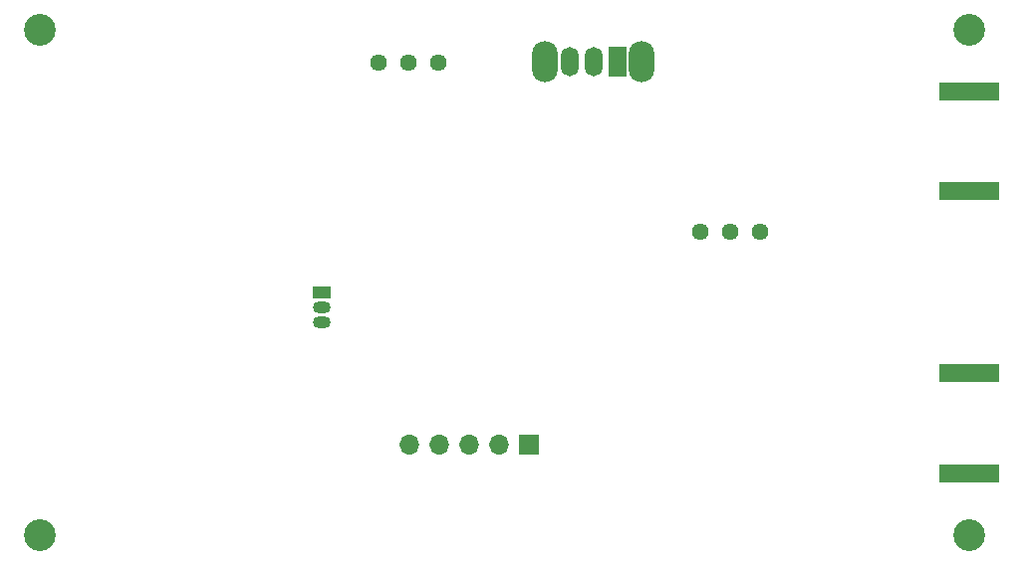
<source format=gbr>
%TF.GenerationSoftware,KiCad,Pcbnew,6.0.7*%
%TF.CreationDate,2022-10-27T22:17:27-04:00*%
%TF.ProjectId,RadarProject,52616461-7250-4726-9f6a-6563742e6b69,rev?*%
%TF.SameCoordinates,Original*%
%TF.FileFunction,Soldermask,Bot*%
%TF.FilePolarity,Negative*%
%FSLAX46Y46*%
G04 Gerber Fmt 4.6, Leading zero omitted, Abs format (unit mm)*
G04 Created by KiCad (PCBNEW 6.0.7) date 2022-10-27 22:17:27*
%MOMM*%
%LPD*%
G01*
G04 APERTURE LIST*
%ADD10C,2.700000*%
%ADD11C,1.440000*%
%ADD12R,1.500000X1.050000*%
%ADD13O,1.500000X1.050000*%
%ADD14R,5.080000X1.500000*%
%ADD15R,1.700000X1.700000*%
%ADD16O,1.700000X1.700000*%
%ADD17O,2.200000X3.500000*%
%ADD18R,1.500000X2.500000*%
%ADD19O,1.500000X2.500000*%
G04 APERTURE END LIST*
D10*
%TO.C,H4*%
X102000000Y-23000000D03*
%TD*%
%TO.C,H1*%
X23000000Y-23000000D03*
%TD*%
D11*
%TO.C,RV1*%
X56810000Y-25797500D03*
X54270000Y-25797500D03*
X51730000Y-25797500D03*
%TD*%
D12*
%TO.C,Q1*%
X46902500Y-45420000D03*
D13*
X46902500Y-46690000D03*
X46902500Y-47960000D03*
%TD*%
D14*
%TO.C,J2*%
X102000000Y-60750000D03*
X102000000Y-52250000D03*
%TD*%
%TO.C,J1*%
X102000000Y-28250000D03*
X102000000Y-36750000D03*
%TD*%
D15*
%TO.C,J3*%
X64570000Y-58320000D03*
D16*
X62030000Y-58320000D03*
X59490000Y-58320000D03*
X56950000Y-58320000D03*
X54410000Y-58320000D03*
%TD*%
D10*
%TO.C,H3*%
X23000000Y-66000000D03*
%TD*%
D11*
%TO.C,RV2*%
X79110000Y-40247500D03*
X81650000Y-40247500D03*
X84190000Y-40247500D03*
%TD*%
D17*
%TO.C,SW1*%
X65930000Y-25710000D03*
X74130000Y-25710000D03*
D18*
X72030000Y-25710000D03*
D19*
X70030000Y-25710000D03*
X68030000Y-25710000D03*
%TD*%
D10*
%TO.C,H2*%
X102000000Y-66000000D03*
%TD*%
M02*

</source>
